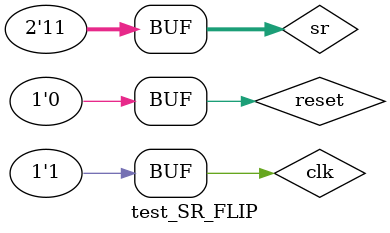
<source format=v>
`timescale 1ns / 1ps


module test_SR_FLIP();
wire q, qbar;
	reg clk,reset;
	reg [1:0] sr;

	SR_FLIP SRFLIPFLOP(q,qbar,clk,reset,sr);
	initial
	begin
	reset=1;sr=2'b00;clk=1;
	#50
	reset=0;sr=2'b01;
	#50
	reset=0;sr=2'b10;
	#50
	reset=0;sr=2'b11;
	end
endmodule

</source>
